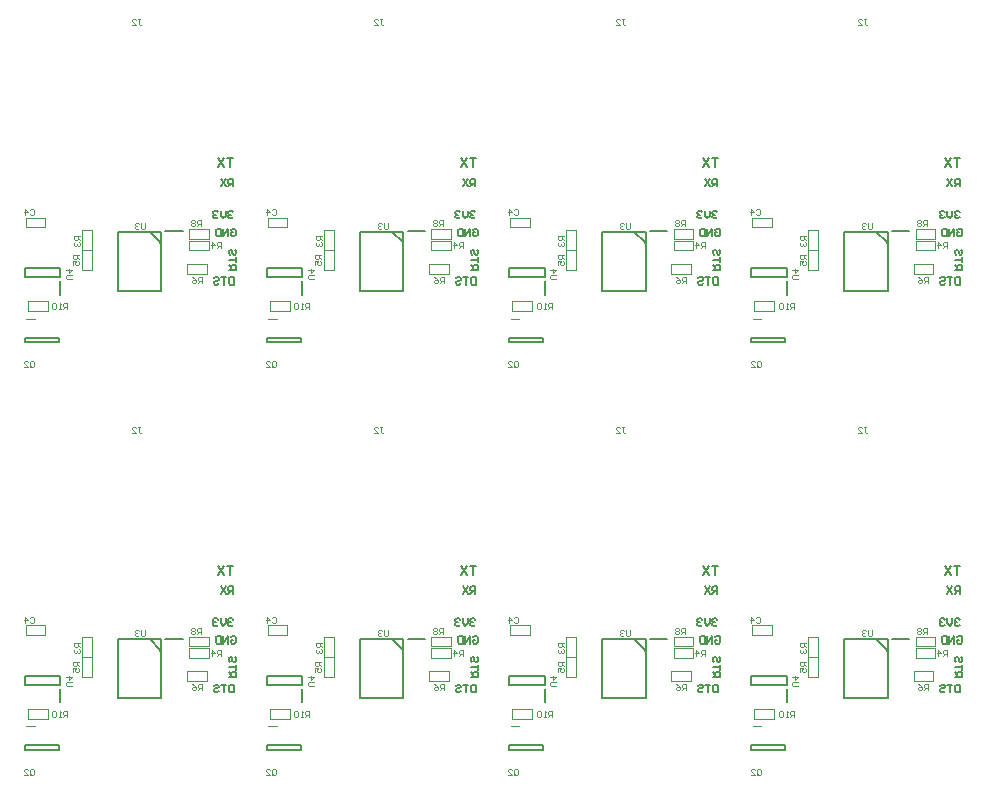
<source format=gbo>
G04*
G04 #@! TF.GenerationSoftware,Altium Limited,Altium Designer,20.0.2 (26)*
G04*
G04 Layer_Color=65535*
%FSLAX44Y44*%
%MOMM*%
G71*
G01*
G75*
%ADD42C,0.1270*%
%ADD58C,0.2000*%
%ADD61C,0.0762*%
%ADD62C,0.0760*%
%ADD99C,0.0500*%
D42*
X179657Y82597D02*
Y76249D01*
X176483D01*
X175424Y77307D01*
Y81539D01*
X176483Y82597D01*
X179657D01*
X173309D02*
X169077D01*
X171193D01*
Y76249D01*
X162729Y81539D02*
X163787Y82597D01*
X165903D01*
X166961Y81539D01*
Y80481D01*
X165903Y79423D01*
X163787D01*
X162729Y78365D01*
Y77307D01*
X163787Y76249D01*
X165903D01*
X166961Y77307D01*
X175425Y89057D02*
X181773D01*
Y92231D01*
X180715Y93289D01*
X178599D01*
X177541Y92231D01*
Y89057D01*
Y91173D02*
X175425Y93289D01*
X181773Y95405D02*
Y99637D01*
Y97521D01*
X175425D01*
X180715Y105985D02*
X181773Y104927D01*
Y102811D01*
X180715Y101753D01*
X179657D01*
X178599Y102811D01*
Y104927D01*
X177541Y105985D01*
X176483D01*
X175425Y104927D01*
Y102811D01*
X176483Y101753D01*
X179291Y137608D02*
X178233Y138666D01*
X176117D01*
X175059Y137608D01*
Y136550D01*
X176117Y135492D01*
X177175D01*
X176117D01*
X175059Y134434D01*
Y133376D01*
X176117Y132318D01*
X178233D01*
X179291Y133376D01*
X172943Y138666D02*
Y134434D01*
X170827Y132318D01*
X168711Y134434D01*
Y138666D01*
X166595Y137608D02*
X165537Y138666D01*
X163421D01*
X162363Y137608D01*
Y136550D01*
X163421Y135492D01*
X164479D01*
X163421D01*
X162363Y134434D01*
Y133376D01*
X163421Y132318D01*
X165537D01*
X166595Y133376D01*
X177130Y122661D02*
X178188Y123719D01*
X180304D01*
X181362Y122661D01*
Y118429D01*
X180304Y117371D01*
X178188D01*
X177130Y118429D01*
Y120545D01*
X179246D01*
X175014Y117371D02*
Y123719D01*
X170782Y117371D01*
Y123719D01*
X168666D02*
Y117371D01*
X165492D01*
X164435Y118429D01*
Y122661D01*
X165492Y123719D01*
X168666D01*
X179564Y183125D02*
X174485D01*
X177024D01*
Y175508D01*
X171946Y183125D02*
X166868Y175508D01*
Y183125D02*
X171946Y175508D01*
X179371Y159566D02*
Y165914D01*
X176197D01*
X175140Y164856D01*
Y162740D01*
X176197Y161682D01*
X179371D01*
X177255D02*
X175140Y159566D01*
X173024Y165914D02*
X168792Y159566D01*
Y165914D02*
X173024Y159566D01*
X384652Y82597D02*
Y76249D01*
X381478D01*
X380420Y77307D01*
Y81539D01*
X381478Y82597D01*
X384652D01*
X378304D02*
X374072D01*
X376188D01*
Y76249D01*
X367724Y81539D02*
X368782Y82597D01*
X370898D01*
X371956Y81539D01*
Y80481D01*
X370898Y79423D01*
X368782D01*
X367724Y78365D01*
Y77307D01*
X368782Y76249D01*
X370898D01*
X371956Y77307D01*
X380420Y89057D02*
X386768D01*
Y92231D01*
X385710Y93289D01*
X383594D01*
X382536Y92231D01*
Y89057D01*
Y91173D02*
X380420Y93289D01*
X386768Y95405D02*
Y99637D01*
Y97521D01*
X380420D01*
X385710Y105985D02*
X386768Y104927D01*
Y102811D01*
X385710Y101753D01*
X384652D01*
X383594Y102811D01*
Y104927D01*
X382536Y105985D01*
X381478D01*
X380420Y104927D01*
Y102811D01*
X381478Y101753D01*
X384287Y137608D02*
X383229Y138666D01*
X381113D01*
X380055Y137608D01*
Y136550D01*
X381113Y135492D01*
X382171D01*
X381113D01*
X380055Y134434D01*
Y133376D01*
X381113Y132318D01*
X383229D01*
X384287Y133376D01*
X377939Y138666D02*
Y134434D01*
X375823Y132318D01*
X373707Y134434D01*
Y138666D01*
X371591Y137608D02*
X370533Y138666D01*
X368417D01*
X367359Y137608D01*
Y136550D01*
X368417Y135492D01*
X369475D01*
X368417D01*
X367359Y134434D01*
Y133376D01*
X368417Y132318D01*
X370533D01*
X371591Y133376D01*
X382126Y122661D02*
X383184Y123719D01*
X385300D01*
X386358Y122661D01*
Y118429D01*
X385300Y117371D01*
X383184D01*
X382126Y118429D01*
Y120545D01*
X384242D01*
X380010Y117371D02*
Y123719D01*
X375778Y117371D01*
Y123719D01*
X373662D02*
Y117371D01*
X370488D01*
X369430Y118429D01*
Y122661D01*
X370488Y123719D01*
X373662D01*
X384559Y183125D02*
X379481D01*
X382020D01*
Y175508D01*
X376941Y183125D02*
X371863Y175508D01*
Y183125D02*
X376941Y175508D01*
X384367Y159566D02*
Y165914D01*
X381193D01*
X380135Y164856D01*
Y162740D01*
X381193Y161682D01*
X384367D01*
X382251D02*
X380135Y159566D01*
X378019Y165914D02*
X373787Y159566D01*
Y165914D02*
X378019Y159566D01*
X589647Y82597D02*
Y76249D01*
X586473D01*
X585415Y77307D01*
Y81539D01*
X586473Y82597D01*
X589647D01*
X583299D02*
X579067D01*
X581184D01*
Y76249D01*
X572719Y81539D02*
X573778Y82597D01*
X575894D01*
X576951Y81539D01*
Y80481D01*
X575894Y79423D01*
X573778D01*
X572719Y78365D01*
Y77307D01*
X573778Y76249D01*
X575894D01*
X576951Y77307D01*
X585416Y89057D02*
X591764D01*
Y92231D01*
X590706Y93289D01*
X588590D01*
X587532Y92231D01*
Y89057D01*
Y91173D02*
X585416Y93289D01*
X591764Y95405D02*
Y99637D01*
Y97521D01*
X585416D01*
X590706Y105985D02*
X591764Y104927D01*
Y102811D01*
X590706Y101753D01*
X589648D01*
X588590Y102811D01*
Y104927D01*
X587532Y105985D01*
X586474D01*
X585416Y104927D01*
Y102811D01*
X586474Y101753D01*
X589282Y137608D02*
X588224Y138666D01*
X586108D01*
X585050Y137608D01*
Y136550D01*
X586108Y135492D01*
X587166D01*
X586108D01*
X585050Y134434D01*
Y133376D01*
X586108Y132318D01*
X588224D01*
X589282Y133376D01*
X582934Y138666D02*
Y134434D01*
X580818Y132318D01*
X578702Y134434D01*
Y138666D01*
X576586Y137608D02*
X575528Y138666D01*
X573412D01*
X572354Y137608D01*
Y136550D01*
X573412Y135492D01*
X574470D01*
X573412D01*
X572354Y134434D01*
Y133376D01*
X573412Y132318D01*
X575528D01*
X576586Y133376D01*
X587121Y122661D02*
X588179Y123719D01*
X590295D01*
X591353Y122661D01*
Y118429D01*
X590295Y117371D01*
X588179D01*
X587121Y118429D01*
Y120545D01*
X589237D01*
X585005Y117371D02*
Y123719D01*
X580773Y117371D01*
Y123719D01*
X578657D02*
Y117371D01*
X575483D01*
X574425Y118429D01*
Y122661D01*
X575483Y123719D01*
X578657D01*
X589554Y183125D02*
X584476D01*
X587015D01*
Y175508D01*
X581937Y183125D02*
X576858Y175508D01*
Y183125D02*
X581937Y175508D01*
X589362Y159566D02*
Y165914D01*
X586188D01*
X585130Y164856D01*
Y162740D01*
X586188Y161682D01*
X589362D01*
X587246D02*
X585130Y159566D01*
X583014Y165914D02*
X578783Y159566D01*
Y165914D02*
X583014Y159566D01*
X794643Y82597D02*
Y76249D01*
X791469D01*
X790411Y77307D01*
Y81539D01*
X791469Y82597D01*
X794643D01*
X788295D02*
X784063D01*
X786179D01*
Y76249D01*
X777715Y81539D02*
X778773Y82597D01*
X780889D01*
X781947Y81539D01*
Y80481D01*
X780889Y79423D01*
X778773D01*
X777715Y78365D01*
Y77307D01*
X778773Y76249D01*
X780889D01*
X781947Y77307D01*
X790411Y89057D02*
X796759D01*
Y92231D01*
X795701Y93289D01*
X793585D01*
X792527Y92231D01*
Y89057D01*
Y91173D02*
X790411Y93289D01*
X796759Y95405D02*
Y99637D01*
Y97521D01*
X790411D01*
X795701Y105985D02*
X796759Y104927D01*
Y102811D01*
X795701Y101753D01*
X794643D01*
X793585Y102811D01*
Y104927D01*
X792527Y105985D01*
X791469D01*
X790411Y104927D01*
Y102811D01*
X791469Y101753D01*
X794278Y137608D02*
X793220Y138666D01*
X791104D01*
X790046Y137608D01*
Y136550D01*
X791104Y135492D01*
X792162D01*
X791104D01*
X790046Y134434D01*
Y133376D01*
X791104Y132318D01*
X793220D01*
X794278Y133376D01*
X787930Y138666D02*
Y134434D01*
X785814Y132318D01*
X783698Y134434D01*
Y138666D01*
X781582Y137608D02*
X780524Y138666D01*
X778408D01*
X777350Y137608D01*
Y136550D01*
X778408Y135492D01*
X779466D01*
X778408D01*
X777350Y134434D01*
Y133376D01*
X778408Y132318D01*
X780524D01*
X781582Y133376D01*
X792117Y122661D02*
X793175Y123719D01*
X795291D01*
X796349Y122661D01*
Y118429D01*
X795291Y117371D01*
X793175D01*
X792117Y118429D01*
Y120545D01*
X794233D01*
X790001Y117371D02*
Y123719D01*
X785769Y117371D01*
Y123719D01*
X783653D02*
Y117371D01*
X780479D01*
X779421Y118429D01*
Y122661D01*
X780479Y123719D01*
X783653D01*
X794550Y183125D02*
X789472D01*
X792011D01*
Y175508D01*
X786932Y183125D02*
X781854Y175508D01*
Y183125D02*
X786932Y175508D01*
X794358Y159566D02*
Y165914D01*
X791184D01*
X790126Y164856D01*
Y162740D01*
X791184Y161682D01*
X794358D01*
X792242D02*
X790126Y159566D01*
X788010Y165914D02*
X783778Y159566D01*
Y165914D02*
X788010Y159566D01*
X179657Y427599D02*
Y421251D01*
X176483D01*
X175424Y422309D01*
Y426541D01*
X176483Y427599D01*
X179657D01*
X173309D02*
X169077D01*
X171193D01*
Y421251D01*
X162729Y426541D02*
X163787Y427599D01*
X165903D01*
X166961Y426541D01*
Y425483D01*
X165903Y424425D01*
X163787D01*
X162729Y423367D01*
Y422309D01*
X163787Y421251D01*
X165903D01*
X166961Y422309D01*
X175425Y434060D02*
X181773D01*
Y437234D01*
X180715Y438292D01*
X178599D01*
X177541Y437234D01*
Y434060D01*
Y436176D02*
X175425Y438292D01*
X181773Y440408D02*
Y444640D01*
Y442524D01*
X175425D01*
X180715Y450988D02*
X181773Y449930D01*
Y447813D01*
X180715Y446755D01*
X179657D01*
X178599Y447813D01*
Y449930D01*
X177541Y450988D01*
X176483D01*
X175425Y449930D01*
Y447813D01*
X176483Y446755D01*
X179291Y482611D02*
X178233Y483669D01*
X176117D01*
X175059Y482611D01*
Y481553D01*
X176117Y480495D01*
X177175D01*
X176117D01*
X175059Y479437D01*
Y478379D01*
X176117Y477321D01*
X178233D01*
X179291Y478379D01*
X172943Y483669D02*
Y479437D01*
X170827Y477321D01*
X168711Y479437D01*
Y483669D01*
X166595Y482611D02*
X165537Y483669D01*
X163421D01*
X162363Y482611D01*
Y481553D01*
X163421Y480495D01*
X164479D01*
X163421D01*
X162363Y479437D01*
Y478379D01*
X163421Y477321D01*
X165537D01*
X166595Y478379D01*
X177130Y467663D02*
X178188Y468721D01*
X180304D01*
X181362Y467663D01*
Y463431D01*
X180304Y462373D01*
X178188D01*
X177130Y463431D01*
Y465547D01*
X179246D01*
X175014Y462373D02*
Y468721D01*
X170782Y462373D01*
Y468721D01*
X168666D02*
Y462373D01*
X165492D01*
X164435Y463431D01*
Y467663D01*
X165492Y468721D01*
X168666D01*
X179564Y528128D02*
X174485D01*
X177024D01*
Y520511D01*
X171946Y528128D02*
X166868Y520511D01*
Y528128D02*
X171946Y520511D01*
X179371Y504569D02*
Y510917D01*
X176197D01*
X175140Y509859D01*
Y507743D01*
X176197Y506685D01*
X179371D01*
X177255D02*
X175140Y504569D01*
X173024Y510917D02*
X168792Y504569D01*
Y510917D02*
X173024Y504569D01*
X384652Y427599D02*
Y421251D01*
X381478D01*
X380420Y422309D01*
Y426541D01*
X381478Y427599D01*
X384652D01*
X378304D02*
X374072D01*
X376188D01*
Y421251D01*
X367724Y426541D02*
X368782Y427599D01*
X370898D01*
X371956Y426541D01*
Y425483D01*
X370898Y424425D01*
X368782D01*
X367724Y423367D01*
Y422309D01*
X368782Y421251D01*
X370898D01*
X371956Y422309D01*
X380420Y434060D02*
X386768D01*
Y437234D01*
X385710Y438292D01*
X383594D01*
X382536Y437234D01*
Y434060D01*
Y436176D02*
X380420Y438292D01*
X386768Y440408D02*
Y444640D01*
Y442524D01*
X380420D01*
X385710Y450988D02*
X386768Y449930D01*
Y447813D01*
X385710Y446755D01*
X384652D01*
X383594Y447813D01*
Y449930D01*
X382536Y450988D01*
X381478D01*
X380420Y449930D01*
Y447813D01*
X381478Y446755D01*
X384287Y482611D02*
X383229Y483669D01*
X381113D01*
X380055Y482611D01*
Y481553D01*
X381113Y480495D01*
X382171D01*
X381113D01*
X380055Y479437D01*
Y478379D01*
X381113Y477321D01*
X383229D01*
X384287Y478379D01*
X377939Y483669D02*
Y479437D01*
X375823Y477321D01*
X373707Y479437D01*
Y483669D01*
X371591Y482611D02*
X370533Y483669D01*
X368417D01*
X367359Y482611D01*
Y481553D01*
X368417Y480495D01*
X369475D01*
X368417D01*
X367359Y479437D01*
Y478379D01*
X368417Y477321D01*
X370533D01*
X371591Y478379D01*
X382126Y467663D02*
X383184Y468721D01*
X385300D01*
X386358Y467663D01*
Y463431D01*
X385300Y462373D01*
X383184D01*
X382126Y463431D01*
Y465547D01*
X384242D01*
X380010Y462373D02*
Y468721D01*
X375778Y462373D01*
Y468721D01*
X373662D02*
Y462373D01*
X370488D01*
X369430Y463431D01*
Y467663D01*
X370488Y468721D01*
X373662D01*
X384559Y528128D02*
X379481D01*
X382020D01*
Y520511D01*
X376941Y528128D02*
X371863Y520511D01*
Y528128D02*
X376941Y520511D01*
X384367Y504569D02*
Y510917D01*
X381193D01*
X380135Y509859D01*
Y507743D01*
X381193Y506685D01*
X384367D01*
X382251D02*
X380135Y504569D01*
X378019Y510917D02*
X373787Y504569D01*
Y510917D02*
X378019Y504569D01*
X589647Y427599D02*
Y421251D01*
X586473D01*
X585415Y422309D01*
Y426541D01*
X586473Y427599D01*
X589647D01*
X583299D02*
X579067D01*
X581184D01*
Y421251D01*
X572719Y426541D02*
X573778Y427599D01*
X575894D01*
X576951Y426541D01*
Y425483D01*
X575894Y424425D01*
X573778D01*
X572719Y423367D01*
Y422309D01*
X573778Y421251D01*
X575894D01*
X576951Y422309D01*
X585416Y434060D02*
X591764D01*
Y437234D01*
X590706Y438292D01*
X588590D01*
X587532Y437234D01*
Y434060D01*
Y436176D02*
X585416Y438292D01*
X591764Y440408D02*
Y444640D01*
Y442524D01*
X585416D01*
X590706Y450988D02*
X591764Y449930D01*
Y447813D01*
X590706Y446755D01*
X589648D01*
X588590Y447813D01*
Y449930D01*
X587532Y450988D01*
X586474D01*
X585416Y449930D01*
Y447813D01*
X586474Y446755D01*
X589282Y482611D02*
X588224Y483669D01*
X586108D01*
X585050Y482611D01*
Y481553D01*
X586108Y480495D01*
X587166D01*
X586108D01*
X585050Y479437D01*
Y478379D01*
X586108Y477321D01*
X588224D01*
X589282Y478379D01*
X582934Y483669D02*
Y479437D01*
X580818Y477321D01*
X578702Y479437D01*
Y483669D01*
X576586Y482611D02*
X575528Y483669D01*
X573412D01*
X572354Y482611D01*
Y481553D01*
X573412Y480495D01*
X574470D01*
X573412D01*
X572354Y479437D01*
Y478379D01*
X573412Y477321D01*
X575528D01*
X576586Y478379D01*
X587121Y467663D02*
X588179Y468721D01*
X590295D01*
X591353Y467663D01*
Y463431D01*
X590295Y462373D01*
X588179D01*
X587121Y463431D01*
Y465547D01*
X589237D01*
X585005Y462373D02*
Y468721D01*
X580773Y462373D01*
Y468721D01*
X578657D02*
Y462373D01*
X575483D01*
X574425Y463431D01*
Y467663D01*
X575483Y468721D01*
X578657D01*
X589554Y528128D02*
X584476D01*
X587015D01*
Y520511D01*
X581937Y528128D02*
X576858Y520511D01*
Y528128D02*
X581937Y520511D01*
X589362Y504569D02*
Y510917D01*
X586188D01*
X585130Y509859D01*
Y507743D01*
X586188Y506685D01*
X589362D01*
X587246D02*
X585130Y504569D01*
X583014Y510917D02*
X578783Y504569D01*
Y510917D02*
X583014Y504569D01*
X794643Y427599D02*
Y421251D01*
X791469D01*
X790411Y422309D01*
Y426541D01*
X791469Y427599D01*
X794643D01*
X788295D02*
X784063D01*
X786179D01*
Y421251D01*
X777715Y426541D02*
X778773Y427599D01*
X780889D01*
X781947Y426541D01*
Y425483D01*
X780889Y424425D01*
X778773D01*
X777715Y423367D01*
Y422309D01*
X778773Y421251D01*
X780889D01*
X781947Y422309D01*
X790411Y434060D02*
X796759D01*
Y437234D01*
X795701Y438292D01*
X793585D01*
X792527Y437234D01*
Y434060D01*
Y436176D02*
X790411Y438292D01*
X796759Y440408D02*
Y444640D01*
Y442524D01*
X790411D01*
X795701Y450988D02*
X796759Y449930D01*
Y447813D01*
X795701Y446755D01*
X794643D01*
X793585Y447813D01*
Y449930D01*
X792527Y450988D01*
X791469D01*
X790411Y449930D01*
Y447813D01*
X791469Y446755D01*
X794278Y482611D02*
X793220Y483669D01*
X791104D01*
X790046Y482611D01*
Y481553D01*
X791104Y480495D01*
X792162D01*
X791104D01*
X790046Y479437D01*
Y478379D01*
X791104Y477321D01*
X793220D01*
X794278Y478379D01*
X787930Y483669D02*
Y479437D01*
X785814Y477321D01*
X783698Y479437D01*
Y483669D01*
X781582Y482611D02*
X780524Y483669D01*
X778408D01*
X777350Y482611D01*
Y481553D01*
X778408Y480495D01*
X779466D01*
X778408D01*
X777350Y479437D01*
Y478379D01*
X778408Y477321D01*
X780524D01*
X781582Y478379D01*
X792117Y467663D02*
X793175Y468721D01*
X795291D01*
X796349Y467663D01*
Y463431D01*
X795291Y462373D01*
X793175D01*
X792117Y463431D01*
Y465547D01*
X794233D01*
X790001Y462373D02*
Y468721D01*
X785769Y462373D01*
Y468721D01*
X783653D02*
Y462373D01*
X780479D01*
X779421Y463431D01*
Y467663D01*
X780479Y468721D01*
X783653D01*
X794550Y528128D02*
X789472D01*
X792011D01*
Y520511D01*
X786932Y528128D02*
X781854Y520511D01*
Y528128D02*
X786932Y520511D01*
X794358Y504569D02*
Y510917D01*
X791184D01*
X790126Y509859D01*
Y507743D01*
X791184Y506685D01*
X794358D01*
X792242D02*
X790126Y504569D01*
X788010Y510917D02*
X783778Y504569D01*
Y510917D02*
X788010Y504569D01*
D58*
X2965Y31369D02*
X31965D01*
Y27369D02*
Y31369D01*
X2965Y27369D02*
X31965D01*
X2965D02*
Y31369D01*
X81500Y121266D02*
X118500D01*
X81500Y71266D02*
Y121266D01*
Y71266D02*
X118500D01*
Y121266D01*
X122000Y121516D02*
X136750D01*
X117780Y111506D02*
Y112376D01*
X108890Y121266D02*
X117780Y112376D01*
X32996Y82547D02*
Y90047D01*
X2996D02*
X32996D01*
X2996Y82547D02*
Y90047D01*
Y82547D02*
X32996D01*
Y67547D02*
Y79047D01*
X207961Y31369D02*
X236961D01*
Y27369D02*
Y31369D01*
X207961Y27369D02*
X236961D01*
X207961D02*
Y31369D01*
X286495Y121266D02*
X323495D01*
X286495Y71266D02*
Y121266D01*
Y71266D02*
X323495D01*
Y121266D01*
X326996Y121516D02*
X341745D01*
X322775Y111506D02*
Y112376D01*
X313885Y121266D02*
X322775Y112376D01*
X237992Y82547D02*
Y90047D01*
X207992D02*
X237992D01*
X207992Y82547D02*
Y90047D01*
Y82547D02*
X237992D01*
Y67547D02*
Y79047D01*
X412956Y31369D02*
X441956D01*
Y27369D02*
Y31369D01*
X412956Y27369D02*
X441956D01*
X412956D02*
Y31369D01*
X491491Y121266D02*
X528491D01*
X491491Y71266D02*
Y121266D01*
Y71266D02*
X528491D01*
Y121266D01*
X531991Y121516D02*
X546741D01*
X527771Y111506D02*
Y112376D01*
X518881Y121266D02*
X527771Y112376D01*
X442987Y82547D02*
Y90047D01*
X412987D02*
X442987D01*
X412987Y82547D02*
Y90047D01*
Y82547D02*
X442987D01*
Y67547D02*
Y79047D01*
X617952Y31369D02*
X646952D01*
Y27369D02*
Y31369D01*
X617952Y27369D02*
X646952D01*
X617952D02*
Y31369D01*
X696486Y121266D02*
X733486D01*
X696486Y71266D02*
Y121266D01*
Y71266D02*
X733486D01*
Y121266D01*
X736986Y121516D02*
X751736D01*
X732766Y111506D02*
Y112376D01*
X723876Y121266D02*
X732766Y112376D01*
X647983Y82547D02*
Y90047D01*
X617983D02*
X647983D01*
X617983Y82547D02*
Y90047D01*
Y82547D02*
X647983D01*
Y67547D02*
Y79047D01*
X2965Y376372D02*
X31965D01*
Y372372D02*
Y376372D01*
X2965Y372372D02*
X31965D01*
X2965D02*
Y376372D01*
X81500Y466269D02*
X118500D01*
X81500Y416269D02*
Y466269D01*
Y416269D02*
X118500D01*
Y466269D01*
X122000Y466519D02*
X136750D01*
X117780Y456509D02*
Y457379D01*
X108890Y466269D02*
X117780Y457379D01*
X32996Y427549D02*
Y435049D01*
X2996D02*
X32996D01*
X2996Y427549D02*
Y435049D01*
Y427549D02*
X32996D01*
Y412549D02*
Y424049D01*
X207961Y376372D02*
X236961D01*
Y372372D02*
Y376372D01*
X207961Y372372D02*
X236961D01*
X207961D02*
Y376372D01*
X286495Y466269D02*
X323495D01*
X286495Y416269D02*
Y466269D01*
Y416269D02*
X323495D01*
Y466269D01*
X326996Y466519D02*
X341745D01*
X322775Y456509D02*
Y457379D01*
X313885Y466269D02*
X322775Y457379D01*
X237992Y427549D02*
Y435049D01*
X207992D02*
X237992D01*
X207992Y427549D02*
Y435049D01*
Y427549D02*
X237992D01*
Y412549D02*
Y424049D01*
X412956Y376372D02*
X441956D01*
Y372372D02*
Y376372D01*
X412956Y372372D02*
X441956D01*
X412956D02*
Y376372D01*
X491491Y466269D02*
X528491D01*
X491491Y416269D02*
Y466269D01*
Y416269D02*
X528491D01*
Y466269D01*
X531991Y466519D02*
X546741D01*
X527771Y456509D02*
Y457379D01*
X518881Y466269D02*
X527771Y457379D01*
X442987Y427549D02*
Y435049D01*
X412987D02*
X442987D01*
X412987Y427549D02*
Y435049D01*
Y427549D02*
X442987D01*
Y412549D02*
Y424049D01*
X617952Y376372D02*
X646952D01*
Y372372D02*
Y376372D01*
X617952Y372372D02*
X646952D01*
X617952D02*
Y376372D01*
X696486Y466269D02*
X733486D01*
X696486Y416269D02*
Y466269D01*
Y416269D02*
X733486D01*
Y466269D01*
X736986Y466519D02*
X751736D01*
X732766Y456509D02*
Y457379D01*
X723876Y466269D02*
X732766Y457379D01*
X647983Y427549D02*
Y435049D01*
X617983D02*
X647983D01*
X617983Y427549D02*
Y435049D01*
Y427549D02*
X647983D01*
Y412549D02*
Y424049D01*
D61*
X59413Y106040D02*
Y122840D01*
X51113D02*
X59413D01*
X51113Y106040D02*
Y122840D01*
Y106040D02*
X59413D01*
X158946Y105274D02*
Y113574D01*
X142146Y105274D02*
X158946D01*
X142146D02*
Y113574D01*
X158946D01*
X51113Y88916D02*
Y105716D01*
Y88916D02*
X59413D01*
Y105716D01*
X51113D02*
X59413D01*
X157168Y85462D02*
Y93762D01*
X140368Y85462D02*
X157168D01*
X140368D02*
Y93762D01*
X157168D01*
X142146Y115021D02*
X158946D01*
Y123321D01*
X142146D02*
X158946D01*
X142146Y115021D02*
Y123321D01*
X22367Y53741D02*
Y62042D01*
X5567Y53741D02*
X22367D01*
X5567D02*
Y62042D01*
X22367D01*
X42449Y81369D02*
X38217D01*
X37371Y82215D01*
Y83908D01*
X38217Y84754D01*
X42449D01*
X37371Y88986D02*
X42449D01*
X39910Y86447D01*
Y89833D01*
X38860Y55648D02*
Y60726D01*
X36321D01*
X35475Y59880D01*
Y58187D01*
X36321Y57341D01*
X38860D01*
X37168D02*
X35475Y55648D01*
X33782D02*
X32089D01*
X32936D01*
Y60726D01*
X33782Y59880D01*
X29550D02*
X28704Y60726D01*
X27011D01*
X26165Y59880D01*
Y56494D01*
X27011Y55648D01*
X28704D01*
X29550Y56494D01*
Y59880D01*
X7427Y7280D02*
Y10665D01*
X8274Y11512D01*
X9967D01*
X10813Y10665D01*
Y7280D01*
X9967Y6433D01*
X8274D01*
X9120Y8126D02*
X7427Y6433D01*
X8274D02*
X7427Y7280D01*
X2349Y6433D02*
X5735D01*
X2349Y9819D01*
Y10665D01*
X3196Y11512D01*
X4888D01*
X5735Y10665D01*
X7254Y139157D02*
X8101Y140003D01*
X9794D01*
X10640Y139157D01*
Y135771D01*
X9794Y134925D01*
X8101D01*
X7254Y135771D01*
X3022Y134925D02*
Y140003D01*
X5562Y137464D01*
X2176D01*
X264409Y106040D02*
Y122840D01*
X256109D02*
X264409D01*
X256109Y106040D02*
Y122840D01*
Y106040D02*
X264409D01*
X363941Y105274D02*
Y113574D01*
X347141Y105274D02*
X363941D01*
X347141D02*
Y113574D01*
X363941D01*
X256109Y88916D02*
Y105716D01*
Y88916D02*
X264409D01*
Y105716D01*
X256109D02*
X264409D01*
X362164Y85462D02*
Y93762D01*
X345363Y85462D02*
X362164D01*
X345363D02*
Y93762D01*
X362164D01*
X347141Y115021D02*
X363941D01*
Y123321D01*
X347141D02*
X363941D01*
X347141Y115021D02*
Y123321D01*
X227362Y53741D02*
Y62042D01*
X210562Y53741D02*
X227362D01*
X210562D02*
Y62042D01*
X227362D01*
X247445Y81369D02*
X243213D01*
X242367Y82215D01*
Y83908D01*
X243213Y84754D01*
X247445D01*
X242367Y88986D02*
X247445D01*
X244906Y86447D01*
Y89833D01*
X243856Y55648D02*
Y60726D01*
X241317D01*
X240470Y59880D01*
Y58187D01*
X241317Y57341D01*
X243856D01*
X242163D02*
X240470Y55648D01*
X238778D02*
X237085D01*
X237931D01*
Y60726D01*
X238778Y59880D01*
X234546D02*
X233699Y60726D01*
X232006D01*
X231160Y59880D01*
Y56494D01*
X232006Y55648D01*
X233699D01*
X234546Y56494D01*
Y59880D01*
X212423Y7280D02*
Y10665D01*
X213269Y11512D01*
X214962D01*
X215809Y10665D01*
Y7280D01*
X214962Y6433D01*
X213269D01*
X214116Y8126D02*
X212423Y6433D01*
X213269D02*
X212423Y7280D01*
X207345Y6433D02*
X210730D01*
X207345Y9819D01*
Y10665D01*
X208191Y11512D01*
X209884D01*
X210730Y10665D01*
X212250Y139157D02*
X213096Y140003D01*
X214789D01*
X215636Y139157D01*
Y135771D01*
X214789Y134925D01*
X213096D01*
X212250Y135771D01*
X208018Y134925D02*
Y140003D01*
X210557Y137464D01*
X207172D01*
X469404Y106040D02*
Y122840D01*
X461104D02*
X469404D01*
X461104Y106040D02*
Y122840D01*
Y106040D02*
X469404D01*
X568937Y105274D02*
Y113574D01*
X552137Y105274D02*
X568937D01*
X552137D02*
Y113574D01*
X568937D01*
X461104Y88916D02*
Y105716D01*
Y88916D02*
X469404D01*
Y105716D01*
X461104D02*
X469404D01*
X567159Y85462D02*
Y93762D01*
X550359Y85462D02*
X567159D01*
X550359D02*
Y93762D01*
X567159D01*
X552137Y115021D02*
X568937D01*
Y123321D01*
X552137D02*
X568937D01*
X552137Y115021D02*
Y123321D01*
X432358Y53741D02*
Y62042D01*
X415558Y53741D02*
X432358D01*
X415558D02*
Y62042D01*
X432358D01*
X452440Y81369D02*
X448208D01*
X447362Y82215D01*
Y83908D01*
X448208Y84754D01*
X452440D01*
X447362Y88986D02*
X452440D01*
X449901Y86447D01*
Y89833D01*
X448851Y55648D02*
Y60726D01*
X446312D01*
X445466Y59880D01*
Y58187D01*
X446312Y57341D01*
X448851D01*
X447159D02*
X445466Y55648D01*
X443773D02*
X442080D01*
X442927D01*
Y60726D01*
X443773Y59880D01*
X439541D02*
X438695Y60726D01*
X437002D01*
X436156Y59880D01*
Y56494D01*
X437002Y55648D01*
X438695D01*
X439541Y56494D01*
Y59880D01*
X417418Y7280D02*
Y10665D01*
X418265Y11512D01*
X419958D01*
X420804Y10665D01*
Y7280D01*
X419958Y6433D01*
X418265D01*
X419111Y8126D02*
X417418Y6433D01*
X418265D02*
X417418Y7280D01*
X412340Y6433D02*
X415726D01*
X412340Y9819D01*
Y10665D01*
X413186Y11512D01*
X414879D01*
X415726Y10665D01*
X417245Y139157D02*
X418092Y140003D01*
X419785D01*
X420631Y139157D01*
Y135771D01*
X419785Y134925D01*
X418092D01*
X417245Y135771D01*
X413013Y134925D02*
Y140003D01*
X415553Y137464D01*
X412167D01*
X674400Y106040D02*
Y122840D01*
X666100D02*
X674400D01*
X666100Y106040D02*
Y122840D01*
Y106040D02*
X674400D01*
X773932Y105274D02*
Y113574D01*
X757132Y105274D02*
X773932D01*
X757132D02*
Y113574D01*
X773932D01*
X666100Y88916D02*
Y105716D01*
Y88916D02*
X674400D01*
Y105716D01*
X666100D02*
X674400D01*
X772154Y85462D02*
Y93762D01*
X755354Y85462D02*
X772154D01*
X755354D02*
Y93762D01*
X772154D01*
X757132Y115021D02*
X773932D01*
Y123321D01*
X757132D02*
X773932D01*
X757132Y115021D02*
Y123321D01*
X637353Y53741D02*
Y62042D01*
X620553Y53741D02*
X637353D01*
X620553D02*
Y62042D01*
X637353D01*
X657436Y81369D02*
X653204D01*
X652357Y82215D01*
Y83908D01*
X653204Y84754D01*
X657436D01*
X652357Y88986D02*
X657436D01*
X654897Y86447D01*
Y89833D01*
X653847Y55648D02*
Y60726D01*
X651308D01*
X650461Y59880D01*
Y58187D01*
X651308Y57341D01*
X653847D01*
X652154D02*
X650461Y55648D01*
X648768D02*
X647076D01*
X647922D01*
Y60726D01*
X648768Y59880D01*
X644537D02*
X643690Y60726D01*
X641997D01*
X641151Y59880D01*
Y56494D01*
X641997Y55648D01*
X643690D01*
X644537Y56494D01*
Y59880D01*
X622414Y7280D02*
Y10665D01*
X623260Y11512D01*
X624953D01*
X625799Y10665D01*
Y7280D01*
X624953Y6433D01*
X623260D01*
X624107Y8126D02*
X622414Y6433D01*
X623260D02*
X622414Y7280D01*
X617336Y6433D02*
X620721D01*
X617336Y9819D01*
Y10665D01*
X618182Y11512D01*
X619875D01*
X620721Y10665D01*
X622241Y139157D02*
X623087Y140003D01*
X624780D01*
X625626Y139157D01*
Y135771D01*
X624780Y134925D01*
X623087D01*
X622241Y135771D01*
X618009Y134925D02*
Y140003D01*
X620548Y137464D01*
X617163D01*
X59413Y451043D02*
Y467843D01*
X51113D02*
X59413D01*
X51113Y451043D02*
Y467843D01*
Y451043D02*
X59413D01*
X158946Y450277D02*
Y458577D01*
X142146Y450277D02*
X158946D01*
X142146D02*
Y458577D01*
X158946D01*
X51113Y433919D02*
Y450719D01*
Y433919D02*
X59413D01*
Y450719D01*
X51113D02*
X59413D01*
X157168Y430465D02*
Y438765D01*
X140368Y430465D02*
X157168D01*
X140368D02*
Y438765D01*
X157168D01*
X142146Y460024D02*
X158946D01*
Y468324D01*
X142146D02*
X158946D01*
X142146Y460024D02*
Y468324D01*
X22367Y398744D02*
Y407044D01*
X5567Y398744D02*
X22367D01*
X5567D02*
Y407044D01*
X22367D01*
X42449Y426372D02*
X38217D01*
X37371Y427218D01*
Y428911D01*
X38217Y429757D01*
X42449D01*
X37371Y433989D02*
X42449D01*
X39910Y431450D01*
Y434836D01*
X38860Y400651D02*
Y405729D01*
X36321D01*
X35475Y404883D01*
Y403190D01*
X36321Y402344D01*
X38860D01*
X37168D02*
X35475Y400651D01*
X33782D02*
X32089D01*
X32936D01*
Y405729D01*
X33782Y404883D01*
X29550D02*
X28704Y405729D01*
X27011D01*
X26165Y404883D01*
Y401497D01*
X27011Y400651D01*
X28704D01*
X29550Y401497D01*
Y404883D01*
X7427Y352282D02*
Y355668D01*
X8274Y356514D01*
X9967D01*
X10813Y355668D01*
Y352282D01*
X9967Y351436D01*
X8274D01*
X9120Y353129D02*
X7427Y351436D01*
X8274D02*
X7427Y352282D01*
X2349Y351436D02*
X5735D01*
X2349Y354822D01*
Y355668D01*
X3196Y356514D01*
X4888D01*
X5735Y355668D01*
X7254Y484160D02*
X8101Y485006D01*
X9794D01*
X10640Y484160D01*
Y480774D01*
X9794Y479927D01*
X8101D01*
X7254Y480774D01*
X3022Y479927D02*
Y485006D01*
X5562Y482467D01*
X2176D01*
X264409Y451043D02*
Y467843D01*
X256109D02*
X264409D01*
X256109Y451043D02*
Y467843D01*
Y451043D02*
X264409D01*
X363941Y450277D02*
Y458577D01*
X347141Y450277D02*
X363941D01*
X347141D02*
Y458577D01*
X363941D01*
X256109Y433919D02*
Y450719D01*
Y433919D02*
X264409D01*
Y450719D01*
X256109D02*
X264409D01*
X362164Y430465D02*
Y438765D01*
X345363Y430465D02*
X362164D01*
X345363D02*
Y438765D01*
X362164D01*
X347141Y460024D02*
X363941D01*
Y468324D01*
X347141D02*
X363941D01*
X347141Y460024D02*
Y468324D01*
X227362Y398744D02*
Y407044D01*
X210562Y398744D02*
X227362D01*
X210562D02*
Y407044D01*
X227362D01*
X247445Y426372D02*
X243213D01*
X242367Y427218D01*
Y428911D01*
X243213Y429757D01*
X247445D01*
X242367Y433989D02*
X247445D01*
X244906Y431450D01*
Y434836D01*
X243856Y400651D02*
Y405729D01*
X241317D01*
X240470Y404883D01*
Y403190D01*
X241317Y402344D01*
X243856D01*
X242163D02*
X240470Y400651D01*
X238778D02*
X237085D01*
X237931D01*
Y405729D01*
X238778Y404883D01*
X234546D02*
X233699Y405729D01*
X232006D01*
X231160Y404883D01*
Y401497D01*
X232006Y400651D01*
X233699D01*
X234546Y401497D01*
Y404883D01*
X212423Y352282D02*
Y355668D01*
X213269Y356514D01*
X214962D01*
X215809Y355668D01*
Y352282D01*
X214962Y351436D01*
X213269D01*
X214116Y353129D02*
X212423Y351436D01*
X213269D02*
X212423Y352282D01*
X207345Y351436D02*
X210730D01*
X207345Y354822D01*
Y355668D01*
X208191Y356514D01*
X209884D01*
X210730Y355668D01*
X212250Y484160D02*
X213096Y485006D01*
X214789D01*
X215636Y484160D01*
Y480774D01*
X214789Y479927D01*
X213096D01*
X212250Y480774D01*
X208018Y479927D02*
Y485006D01*
X210557Y482467D01*
X207172D01*
X469404Y451043D02*
Y467843D01*
X461104D02*
X469404D01*
X461104Y451043D02*
Y467843D01*
Y451043D02*
X469404D01*
X568937Y450277D02*
Y458577D01*
X552137Y450277D02*
X568937D01*
X552137D02*
Y458577D01*
X568937D01*
X461104Y433919D02*
Y450719D01*
Y433919D02*
X469404D01*
Y450719D01*
X461104D02*
X469404D01*
X567159Y430465D02*
Y438765D01*
X550359Y430465D02*
X567159D01*
X550359D02*
Y438765D01*
X567159D01*
X552137Y460024D02*
X568937D01*
Y468324D01*
X552137D02*
X568937D01*
X552137Y460024D02*
Y468324D01*
X432358Y398744D02*
Y407044D01*
X415558Y398744D02*
X432358D01*
X415558D02*
Y407044D01*
X432358D01*
X452440Y426372D02*
X448208D01*
X447362Y427218D01*
Y428911D01*
X448208Y429757D01*
X452440D01*
X447362Y433989D02*
X452440D01*
X449901Y431450D01*
Y434836D01*
X448851Y400651D02*
Y405729D01*
X446312D01*
X445466Y404883D01*
Y403190D01*
X446312Y402344D01*
X448851D01*
X447159D02*
X445466Y400651D01*
X443773D02*
X442080D01*
X442927D01*
Y405729D01*
X443773Y404883D01*
X439541D02*
X438695Y405729D01*
X437002D01*
X436156Y404883D01*
Y401497D01*
X437002Y400651D01*
X438695D01*
X439541Y401497D01*
Y404883D01*
X417418Y352282D02*
Y355668D01*
X418265Y356514D01*
X419958D01*
X420804Y355668D01*
Y352282D01*
X419958Y351436D01*
X418265D01*
X419111Y353129D02*
X417418Y351436D01*
X418265D02*
X417418Y352282D01*
X412340Y351436D02*
X415726D01*
X412340Y354822D01*
Y355668D01*
X413186Y356514D01*
X414879D01*
X415726Y355668D01*
X417245Y484160D02*
X418092Y485006D01*
X419785D01*
X420631Y484160D01*
Y480774D01*
X419785Y479927D01*
X418092D01*
X417245Y480774D01*
X413013Y479927D02*
Y485006D01*
X415553Y482467D01*
X412167D01*
X674400Y451043D02*
Y467843D01*
X666100D02*
X674400D01*
X666100Y451043D02*
Y467843D01*
Y451043D02*
X674400D01*
X773932Y450277D02*
Y458577D01*
X757132Y450277D02*
X773932D01*
X757132D02*
Y458577D01*
X773932D01*
X666100Y433919D02*
Y450719D01*
Y433919D02*
X674400D01*
Y450719D01*
X666100D02*
X674400D01*
X772154Y430465D02*
Y438765D01*
X755354Y430465D02*
X772154D01*
X755354D02*
Y438765D01*
X772154D01*
X757132Y460024D02*
X773932D01*
Y468324D01*
X757132D02*
X773932D01*
X757132Y460024D02*
Y468324D01*
X637353Y398744D02*
Y407044D01*
X620553Y398744D02*
X637353D01*
X620553D02*
Y407044D01*
X637353D01*
X657436Y426372D02*
X653204D01*
X652357Y427218D01*
Y428911D01*
X653204Y429757D01*
X657436D01*
X652357Y433989D02*
X657436D01*
X654897Y431450D01*
Y434836D01*
X653847Y400651D02*
Y405729D01*
X651308D01*
X650461Y404883D01*
Y403190D01*
X651308Y402344D01*
X653847D01*
X652154D02*
X650461Y400651D01*
X648768D02*
X647076D01*
X647922D01*
Y405729D01*
X648768Y404883D01*
X644537D02*
X643690Y405729D01*
X641997D01*
X641151Y404883D01*
Y401497D01*
X641997Y400651D01*
X643690D01*
X644537Y401497D01*
Y404883D01*
X622414Y352282D02*
Y355668D01*
X623260Y356514D01*
X624953D01*
X625799Y355668D01*
Y352282D01*
X624953Y351436D01*
X623260D01*
X624107Y353129D02*
X622414Y351436D01*
X623260D02*
X622414Y352282D01*
X617336Y351436D02*
X620721D01*
X617336Y354822D01*
Y355668D01*
X618182Y356514D01*
X619875D01*
X620721Y355668D01*
X622241Y484160D02*
X623087Y485006D01*
X624780D01*
X625626Y484160D01*
Y480774D01*
X624780Y479927D01*
X623087D01*
X622241Y480774D01*
X618009Y479927D02*
Y485006D01*
X620548Y482467D01*
X617163D01*
D62*
X3563Y132903D02*
X20263D01*
X3563Y124803D02*
X20263D01*
Y132903D01*
X3563Y124803D02*
Y132903D01*
X105038Y128866D02*
Y124634D01*
X104191Y123788D01*
X102498D01*
X101652Y124634D01*
Y128866D01*
X99959Y128020D02*
X99113Y128866D01*
X97420D01*
X96574Y128020D01*
Y127173D01*
X97420Y126327D01*
X98266D01*
X97420D01*
X96574Y125480D01*
Y124634D01*
X97420Y123788D01*
X99113D01*
X99959Y124634D01*
X151839Y125534D02*
Y130613D01*
X149299D01*
X148453Y129766D01*
Y128074D01*
X149299Y127227D01*
X151839D01*
X150146D02*
X148453Y125534D01*
X146760Y129766D02*
X145914Y130613D01*
X144221D01*
X143375Y129766D01*
Y128920D01*
X144221Y128074D01*
X143375Y127227D01*
Y126381D01*
X144221Y125534D01*
X145914D01*
X146760Y126381D01*
Y127227D01*
X145914Y128074D01*
X146760Y128920D01*
Y129766D01*
X145914Y128074D02*
X144221D01*
X152851Y78060D02*
Y83138D01*
X150312D01*
X149465Y82292D01*
Y80599D01*
X150312Y79753D01*
X152851D01*
X151158D02*
X149465Y78060D01*
X144387Y83138D02*
X146080Y82292D01*
X147773Y80599D01*
Y78906D01*
X146926Y78060D01*
X145233D01*
X144387Y78906D01*
Y79753D01*
X145233Y80599D01*
X147773D01*
X49063Y101396D02*
X43985D01*
Y98857D01*
X44831Y98011D01*
X46524D01*
X47370Y98857D01*
Y101396D01*
Y99704D02*
X49063Y98011D01*
X43985Y92932D02*
Y96318D01*
X46524D01*
X45678Y94625D01*
Y93779D01*
X46524Y92932D01*
X48217D01*
X49063Y93779D01*
Y95471D01*
X48217Y96318D01*
X168956Y106980D02*
Y112058D01*
X166416D01*
X165570Y111212D01*
Y109519D01*
X166416Y108673D01*
X168956D01*
X167263D02*
X165570Y106980D01*
X161338D02*
Y112058D01*
X163877Y109519D01*
X160492D01*
X49657Y117726D02*
X44579D01*
Y115187D01*
X45425Y114341D01*
X47118D01*
X47964Y115187D01*
Y117726D01*
Y116034D02*
X49657Y114341D01*
X45425Y112648D02*
X44579Y111802D01*
Y110109D01*
X45425Y109263D01*
X46271D01*
X47118Y110109D01*
Y110955D01*
Y110109D01*
X47964Y109263D01*
X48811D01*
X49657Y110109D01*
Y111802D01*
X48811Y112648D01*
X98712Y300828D02*
X100405D01*
X99559D01*
Y296596D01*
X100405Y295750D01*
X101251D01*
X102098Y296596D01*
X93634Y295750D02*
X97020D01*
X93634Y299135D01*
Y299982D01*
X94480Y300828D01*
X96173D01*
X97020Y299982D01*
X208559Y132903D02*
X225259D01*
X208559Y124803D02*
X225259D01*
Y132903D01*
X208559Y124803D02*
Y132903D01*
X310033Y128866D02*
Y124634D01*
X309187Y123788D01*
X307494D01*
X306647Y124634D01*
Y128866D01*
X304955Y128020D02*
X304108Y128866D01*
X302416D01*
X301569Y128020D01*
Y127173D01*
X302416Y126327D01*
X303262D01*
X302416D01*
X301569Y125480D01*
Y124634D01*
X302416Y123788D01*
X304108D01*
X304955Y124634D01*
X356834Y125534D02*
Y130613D01*
X354295D01*
X353448Y129766D01*
Y128074D01*
X354295Y127227D01*
X356834D01*
X355141D02*
X353448Y125534D01*
X351756Y129766D02*
X350909Y130613D01*
X349217D01*
X348370Y129766D01*
Y128920D01*
X349217Y128074D01*
X348370Y127227D01*
Y126381D01*
X349217Y125534D01*
X350909D01*
X351756Y126381D01*
Y127227D01*
X350909Y128074D01*
X351756Y128920D01*
Y129766D01*
X350909Y128074D02*
X349217D01*
X357846Y78060D02*
Y83138D01*
X355307D01*
X354461Y82292D01*
Y80599D01*
X355307Y79753D01*
X357846D01*
X356153D02*
X354461Y78060D01*
X349382Y83138D02*
X351075Y82292D01*
X352768Y80599D01*
Y78906D01*
X351922Y78060D01*
X350229D01*
X349382Y78906D01*
Y79753D01*
X350229Y80599D01*
X352768D01*
X254059Y101396D02*
X248980D01*
Y98857D01*
X249827Y98011D01*
X251519D01*
X252366Y98857D01*
Y101396D01*
Y99704D02*
X254059Y98011D01*
X248980Y92932D02*
Y96318D01*
X251519D01*
X250673Y94625D01*
Y93779D01*
X251519Y92932D01*
X253212D01*
X254059Y93779D01*
Y95471D01*
X253212Y96318D01*
X373951Y106980D02*
Y112058D01*
X371412D01*
X370566Y111212D01*
Y109519D01*
X371412Y108673D01*
X373951D01*
X372258D02*
X370566Y106980D01*
X366334D02*
Y112058D01*
X368873Y109519D01*
X365487D01*
X254652Y117726D02*
X249574D01*
Y115187D01*
X250420Y114341D01*
X252113D01*
X252960Y115187D01*
Y117726D01*
Y116034D02*
X254652Y114341D01*
X250420Y112648D02*
X249574Y111802D01*
Y110109D01*
X250420Y109263D01*
X251267D01*
X252113Y110109D01*
Y110955D01*
Y110109D01*
X252960Y109263D01*
X253806D01*
X254652Y110109D01*
Y111802D01*
X253806Y112648D01*
X303708Y300828D02*
X305401D01*
X304554D01*
Y296596D01*
X305401Y295750D01*
X306247D01*
X307093Y296596D01*
X298629Y295750D02*
X302015D01*
X298629Y299135D01*
Y299982D01*
X299476Y300828D01*
X301168D01*
X302015Y299982D01*
X413554Y132903D02*
X430254D01*
X413554Y124803D02*
X430254D01*
Y132903D01*
X413554Y124803D02*
Y132903D01*
X515028Y128866D02*
Y124634D01*
X514182Y123788D01*
X512489D01*
X511643Y124634D01*
Y128866D01*
X509950Y128020D02*
X509104Y128866D01*
X507411D01*
X506565Y128020D01*
Y127173D01*
X507411Y126327D01*
X508257D01*
X507411D01*
X506565Y125480D01*
Y124634D01*
X507411Y123788D01*
X509104D01*
X509950Y124634D01*
X561830Y125534D02*
Y130613D01*
X559290D01*
X558444Y129766D01*
Y128074D01*
X559290Y127227D01*
X561830D01*
X560137D02*
X558444Y125534D01*
X556751Y129766D02*
X555905Y130613D01*
X554212D01*
X553366Y129766D01*
Y128920D01*
X554212Y128074D01*
X553366Y127227D01*
Y126381D01*
X554212Y125534D01*
X555905D01*
X556751Y126381D01*
Y127227D01*
X555905Y128074D01*
X556751Y128920D01*
Y129766D01*
X555905Y128074D02*
X554212D01*
X562842Y78060D02*
Y83138D01*
X560303D01*
X559456Y82292D01*
Y80599D01*
X560303Y79753D01*
X562842D01*
X561149D02*
X559456Y78060D01*
X554378Y83138D02*
X556071Y82292D01*
X557763Y80599D01*
Y78906D01*
X556917Y78060D01*
X555224D01*
X554378Y78906D01*
Y79753D01*
X555224Y80599D01*
X557763D01*
X459054Y101396D02*
X453976D01*
Y98857D01*
X454822Y98011D01*
X456515D01*
X457361Y98857D01*
Y101396D01*
Y99704D02*
X459054Y98011D01*
X453976Y92932D02*
Y96318D01*
X456515D01*
X455668Y94625D01*
Y93779D01*
X456515Y92932D01*
X458208D01*
X459054Y93779D01*
Y95471D01*
X458208Y96318D01*
X578947Y106980D02*
Y112058D01*
X576407D01*
X575561Y111212D01*
Y109519D01*
X576407Y108673D01*
X578947D01*
X577254D02*
X575561Y106980D01*
X571329D02*
Y112058D01*
X573868Y109519D01*
X570483D01*
X459648Y117726D02*
X454570D01*
Y115187D01*
X455416Y114341D01*
X457109D01*
X457955Y115187D01*
Y117726D01*
Y116034D02*
X459648Y114341D01*
X455416Y112648D02*
X454570Y111802D01*
Y110109D01*
X455416Y109263D01*
X456262D01*
X457109Y110109D01*
Y110955D01*
Y110109D01*
X457955Y109263D01*
X458801D01*
X459648Y110109D01*
Y111802D01*
X458801Y112648D01*
X508703Y300828D02*
X510396D01*
X509550D01*
Y296596D01*
X510396Y295750D01*
X511242D01*
X512089Y296596D01*
X503625Y295750D02*
X507010D01*
X503625Y299135D01*
Y299982D01*
X504471Y300828D01*
X506164D01*
X507010Y299982D01*
X618550Y132903D02*
X635250D01*
X618550Y124803D02*
X635250D01*
Y132903D01*
X618550Y124803D02*
Y132903D01*
X720024Y128866D02*
Y124634D01*
X719178Y123788D01*
X717485D01*
X716638Y124634D01*
Y128866D01*
X714946Y128020D02*
X714099Y128866D01*
X712406D01*
X711560Y128020D01*
Y127173D01*
X712406Y126327D01*
X713253D01*
X712406D01*
X711560Y125480D01*
Y124634D01*
X712406Y123788D01*
X714099D01*
X714946Y124634D01*
X766825Y125534D02*
Y130613D01*
X764286D01*
X763439Y129766D01*
Y128074D01*
X764286Y127227D01*
X766825D01*
X765132D02*
X763439Y125534D01*
X761747Y129766D02*
X760900Y130613D01*
X759208D01*
X758361Y129766D01*
Y128920D01*
X759208Y128074D01*
X758361Y127227D01*
Y126381D01*
X759208Y125534D01*
X760900D01*
X761747Y126381D01*
Y127227D01*
X760900Y128074D01*
X761747Y128920D01*
Y129766D01*
X760900Y128074D02*
X759208D01*
X767837Y78060D02*
Y83138D01*
X765298D01*
X764452Y82292D01*
Y80599D01*
X765298Y79753D01*
X767837D01*
X766144D02*
X764452Y78060D01*
X759373Y83138D02*
X761066Y82292D01*
X762759Y80599D01*
Y78906D01*
X761912Y78060D01*
X760220D01*
X759373Y78906D01*
Y79753D01*
X760220Y80599D01*
X762759D01*
X664050Y101396D02*
X658971D01*
Y98857D01*
X659818Y98011D01*
X661510D01*
X662357Y98857D01*
Y101396D01*
Y99704D02*
X664050Y98011D01*
X658971Y92932D02*
Y96318D01*
X661510D01*
X660664Y94625D01*
Y93779D01*
X661510Y92932D01*
X663203D01*
X664050Y93779D01*
Y95471D01*
X663203Y96318D01*
X783942Y106980D02*
Y112058D01*
X781403D01*
X780556Y111212D01*
Y109519D01*
X781403Y108673D01*
X783942D01*
X782249D02*
X780556Y106980D01*
X776324D02*
Y112058D01*
X778864Y109519D01*
X775478D01*
X664643Y117726D02*
X659565D01*
Y115187D01*
X660411Y114341D01*
X662104D01*
X662951Y115187D01*
Y117726D01*
Y116034D02*
X664643Y114341D01*
X660411Y112648D02*
X659565Y111802D01*
Y110109D01*
X660411Y109263D01*
X661258D01*
X662104Y110109D01*
Y110955D01*
Y110109D01*
X662951Y109263D01*
X663797D01*
X664643Y110109D01*
Y111802D01*
X663797Y112648D01*
X713699Y300828D02*
X715391D01*
X714545D01*
Y296596D01*
X715391Y295750D01*
X716238D01*
X717084Y296596D01*
X708620Y295750D02*
X712006D01*
X708620Y299135D01*
Y299982D01*
X709467Y300828D01*
X711159D01*
X712006Y299982D01*
X3563Y477906D02*
X20263D01*
X3563Y469806D02*
X20263D01*
Y477906D01*
X3563Y469806D02*
Y477906D01*
X105038Y473869D02*
Y469637D01*
X104191Y468790D01*
X102498D01*
X101652Y469637D01*
Y473869D01*
X99959Y473022D02*
X99113Y473869D01*
X97420D01*
X96574Y473022D01*
Y472176D01*
X97420Y471329D01*
X98266D01*
X97420D01*
X96574Y470483D01*
Y469637D01*
X97420Y468790D01*
X99113D01*
X99959Y469637D01*
X151839Y470537D02*
Y475616D01*
X149299D01*
X148453Y474769D01*
Y473076D01*
X149299Y472230D01*
X151839D01*
X150146D02*
X148453Y470537D01*
X146760Y474769D02*
X145914Y475616D01*
X144221D01*
X143375Y474769D01*
Y473923D01*
X144221Y473076D01*
X143375Y472230D01*
Y471384D01*
X144221Y470537D01*
X145914D01*
X146760Y471384D01*
Y472230D01*
X145914Y473076D01*
X146760Y473923D01*
Y474769D01*
X145914Y473076D02*
X144221D01*
X152851Y423063D02*
Y428141D01*
X150312D01*
X149465Y427294D01*
Y425602D01*
X150312Y424755D01*
X152851D01*
X151158D02*
X149465Y423063D01*
X144387Y428141D02*
X146080Y427294D01*
X147773Y425602D01*
Y423909D01*
X146926Y423063D01*
X145233D01*
X144387Y423909D01*
Y424755D01*
X145233Y425602D01*
X147773D01*
X49063Y446399D02*
X43985D01*
Y443860D01*
X44831Y443013D01*
X46524D01*
X47370Y443860D01*
Y446399D01*
Y444706D02*
X49063Y443013D01*
X43985Y437935D02*
Y441321D01*
X46524D01*
X45678Y439628D01*
Y438781D01*
X46524Y437935D01*
X48217D01*
X49063Y438781D01*
Y440474D01*
X48217Y441321D01*
X168956Y451982D02*
Y457061D01*
X166416D01*
X165570Y456214D01*
Y454522D01*
X166416Y453675D01*
X168956D01*
X167263D02*
X165570Y451982D01*
X161338D02*
Y457061D01*
X163877Y454522D01*
X160492D01*
X49657Y462729D02*
X44579D01*
Y460190D01*
X45425Y459344D01*
X47118D01*
X47964Y460190D01*
Y462729D01*
Y461036D02*
X49657Y459344D01*
X45425Y457651D02*
X44579Y456804D01*
Y455112D01*
X45425Y454265D01*
X46271D01*
X47118Y455112D01*
Y455958D01*
Y455112D01*
X47964Y454265D01*
X48811D01*
X49657Y455112D01*
Y456804D01*
X48811Y457651D01*
X98712Y645831D02*
X100405D01*
X99559D01*
Y641599D01*
X100405Y640753D01*
X101251D01*
X102098Y641599D01*
X93634Y640753D02*
X97020D01*
X93634Y644138D01*
Y644985D01*
X94480Y645831D01*
X96173D01*
X97020Y644985D01*
X208559Y477906D02*
X225259D01*
X208559Y469806D02*
X225259D01*
Y477906D01*
X208559Y469806D02*
Y477906D01*
X310033Y473869D02*
Y469637D01*
X309187Y468790D01*
X307494D01*
X306647Y469637D01*
Y473869D01*
X304955Y473022D02*
X304108Y473869D01*
X302416D01*
X301569Y473022D01*
Y472176D01*
X302416Y471329D01*
X303262D01*
X302416D01*
X301569Y470483D01*
Y469637D01*
X302416Y468790D01*
X304108D01*
X304955Y469637D01*
X356834Y470537D02*
Y475616D01*
X354295D01*
X353448Y474769D01*
Y473076D01*
X354295Y472230D01*
X356834D01*
X355141D02*
X353448Y470537D01*
X351756Y474769D02*
X350909Y475616D01*
X349217D01*
X348370Y474769D01*
Y473923D01*
X349217Y473076D01*
X348370Y472230D01*
Y471384D01*
X349217Y470537D01*
X350909D01*
X351756Y471384D01*
Y472230D01*
X350909Y473076D01*
X351756Y473923D01*
Y474769D01*
X350909Y473076D02*
X349217D01*
X357846Y423063D02*
Y428141D01*
X355307D01*
X354461Y427294D01*
Y425602D01*
X355307Y424755D01*
X357846D01*
X356153D02*
X354461Y423063D01*
X349382Y428141D02*
X351075Y427294D01*
X352768Y425602D01*
Y423909D01*
X351922Y423063D01*
X350229D01*
X349382Y423909D01*
Y424755D01*
X350229Y425602D01*
X352768D01*
X254059Y446399D02*
X248980D01*
Y443860D01*
X249827Y443013D01*
X251519D01*
X252366Y443860D01*
Y446399D01*
Y444706D02*
X254059Y443013D01*
X248980Y437935D02*
Y441321D01*
X251519D01*
X250673Y439628D01*
Y438781D01*
X251519Y437935D01*
X253212D01*
X254059Y438781D01*
Y440474D01*
X253212Y441321D01*
X373951Y451982D02*
Y457061D01*
X371412D01*
X370566Y456214D01*
Y454522D01*
X371412Y453675D01*
X373951D01*
X372258D02*
X370566Y451982D01*
X366334D02*
Y457061D01*
X368873Y454522D01*
X365487D01*
X254652Y462729D02*
X249574D01*
Y460190D01*
X250420Y459344D01*
X252113D01*
X252960Y460190D01*
Y462729D01*
Y461036D02*
X254652Y459344D01*
X250420Y457651D02*
X249574Y456804D01*
Y455112D01*
X250420Y454265D01*
X251267D01*
X252113Y455112D01*
Y455958D01*
Y455112D01*
X252960Y454265D01*
X253806D01*
X254652Y455112D01*
Y456804D01*
X253806Y457651D01*
X303708Y645831D02*
X305401D01*
X304554D01*
Y641599D01*
X305401Y640753D01*
X306247D01*
X307093Y641599D01*
X298629Y640753D02*
X302015D01*
X298629Y644138D01*
Y644985D01*
X299476Y645831D01*
X301168D01*
X302015Y644985D01*
X413554Y477906D02*
X430254D01*
X413554Y469806D02*
X430254D01*
Y477906D01*
X413554Y469806D02*
Y477906D01*
X515028Y473869D02*
Y469637D01*
X514182Y468790D01*
X512489D01*
X511643Y469637D01*
Y473869D01*
X509950Y473022D02*
X509104Y473869D01*
X507411D01*
X506565Y473022D01*
Y472176D01*
X507411Y471329D01*
X508257D01*
X507411D01*
X506565Y470483D01*
Y469637D01*
X507411Y468790D01*
X509104D01*
X509950Y469637D01*
X561830Y470537D02*
Y475616D01*
X559290D01*
X558444Y474769D01*
Y473076D01*
X559290Y472230D01*
X561830D01*
X560137D02*
X558444Y470537D01*
X556751Y474769D02*
X555905Y475616D01*
X554212D01*
X553366Y474769D01*
Y473923D01*
X554212Y473076D01*
X553366Y472230D01*
Y471384D01*
X554212Y470537D01*
X555905D01*
X556751Y471384D01*
Y472230D01*
X555905Y473076D01*
X556751Y473923D01*
Y474769D01*
X555905Y473076D02*
X554212D01*
X562842Y423063D02*
Y428141D01*
X560303D01*
X559456Y427294D01*
Y425602D01*
X560303Y424755D01*
X562842D01*
X561149D02*
X559456Y423063D01*
X554378Y428141D02*
X556071Y427294D01*
X557763Y425602D01*
Y423909D01*
X556917Y423063D01*
X555224D01*
X554378Y423909D01*
Y424755D01*
X555224Y425602D01*
X557763D01*
X459054Y446399D02*
X453976D01*
Y443860D01*
X454822Y443013D01*
X456515D01*
X457361Y443860D01*
Y446399D01*
Y444706D02*
X459054Y443013D01*
X453976Y437935D02*
Y441321D01*
X456515D01*
X455668Y439628D01*
Y438781D01*
X456515Y437935D01*
X458208D01*
X459054Y438781D01*
Y440474D01*
X458208Y441321D01*
X578947Y451982D02*
Y457061D01*
X576407D01*
X575561Y456214D01*
Y454522D01*
X576407Y453675D01*
X578947D01*
X577254D02*
X575561Y451982D01*
X571329D02*
Y457061D01*
X573868Y454522D01*
X570483D01*
X459648Y462729D02*
X454570D01*
Y460190D01*
X455416Y459344D01*
X457109D01*
X457955Y460190D01*
Y462729D01*
Y461036D02*
X459648Y459344D01*
X455416Y457651D02*
X454570Y456804D01*
Y455112D01*
X455416Y454265D01*
X456262D01*
X457109Y455112D01*
Y455958D01*
Y455112D01*
X457955Y454265D01*
X458801D01*
X459648Y455112D01*
Y456804D01*
X458801Y457651D01*
X508703Y645831D02*
X510396D01*
X509550D01*
Y641599D01*
X510396Y640753D01*
X511242D01*
X512089Y641599D01*
X503625Y640753D02*
X507010D01*
X503625Y644138D01*
Y644985D01*
X504471Y645831D01*
X506164D01*
X507010Y644985D01*
X618550Y477906D02*
X635250D01*
X618550Y469806D02*
X635250D01*
Y477906D01*
X618550Y469806D02*
Y477906D01*
X720024Y473869D02*
Y469637D01*
X719178Y468790D01*
X717485D01*
X716638Y469637D01*
Y473869D01*
X714946Y473022D02*
X714099Y473869D01*
X712406D01*
X711560Y473022D01*
Y472176D01*
X712406Y471329D01*
X713253D01*
X712406D01*
X711560Y470483D01*
Y469637D01*
X712406Y468790D01*
X714099D01*
X714946Y469637D01*
X766825Y470537D02*
Y475616D01*
X764286D01*
X763439Y474769D01*
Y473076D01*
X764286Y472230D01*
X766825D01*
X765132D02*
X763439Y470537D01*
X761747Y474769D02*
X760900Y475616D01*
X759208D01*
X758361Y474769D01*
Y473923D01*
X759208Y473076D01*
X758361Y472230D01*
Y471384D01*
X759208Y470537D01*
X760900D01*
X761747Y471384D01*
Y472230D01*
X760900Y473076D01*
X761747Y473923D01*
Y474769D01*
X760900Y473076D02*
X759208D01*
X767837Y423063D02*
Y428141D01*
X765298D01*
X764452Y427294D01*
Y425602D01*
X765298Y424755D01*
X767837D01*
X766144D02*
X764452Y423063D01*
X759373Y428141D02*
X761066Y427294D01*
X762759Y425602D01*
Y423909D01*
X761912Y423063D01*
X760220D01*
X759373Y423909D01*
Y424755D01*
X760220Y425602D01*
X762759D01*
X664050Y446399D02*
X658971D01*
Y443860D01*
X659818Y443013D01*
X661510D01*
X662357Y443860D01*
Y446399D01*
Y444706D02*
X664050Y443013D01*
X658971Y437935D02*
Y441321D01*
X661510D01*
X660664Y439628D01*
Y438781D01*
X661510Y437935D01*
X663203D01*
X664050Y438781D01*
Y440474D01*
X663203Y441321D01*
X783942Y451982D02*
Y457061D01*
X781403D01*
X780556Y456214D01*
Y454522D01*
X781403Y453675D01*
X783942D01*
X782249D02*
X780556Y451982D01*
X776324D02*
Y457061D01*
X778864Y454522D01*
X775478D01*
X664643Y462729D02*
X659565D01*
Y460190D01*
X660411Y459344D01*
X662104D01*
X662951Y460190D01*
Y462729D01*
Y461036D02*
X664643Y459344D01*
X660411Y457651D02*
X659565Y456804D01*
Y455112D01*
X660411Y454265D01*
X661258D01*
X662104Y455112D01*
Y455958D01*
Y455112D01*
X662951Y454265D01*
X663797D01*
X664643Y455112D01*
Y456804D01*
X663797Y457651D01*
X713699Y645831D02*
X715391D01*
X714545D01*
Y641599D01*
X715391Y640753D01*
X716238D01*
X717084Y641599D01*
X708620Y640753D02*
X712006D01*
X708620Y644138D01*
Y644985D01*
X709467Y645831D01*
X711159D01*
X712006Y644985D01*
D99*
X4231Y47437D02*
X11288D01*
X4231Y47274D02*
Y47437D01*
X209227D02*
X216283D01*
X209227Y47274D02*
Y47437D01*
X414222D02*
X421279D01*
X414222Y47274D02*
Y47437D01*
X619218D02*
X626274D01*
X619218Y47274D02*
Y47437D01*
X4231Y392440D02*
X11288D01*
X4231Y392276D02*
Y392440D01*
X209227D02*
X216283D01*
X209227Y392276D02*
Y392440D01*
X414222D02*
X421279D01*
X414222Y392276D02*
Y392440D01*
X619218D02*
X626274D01*
X619218Y392276D02*
Y392440D01*
M02*

</source>
